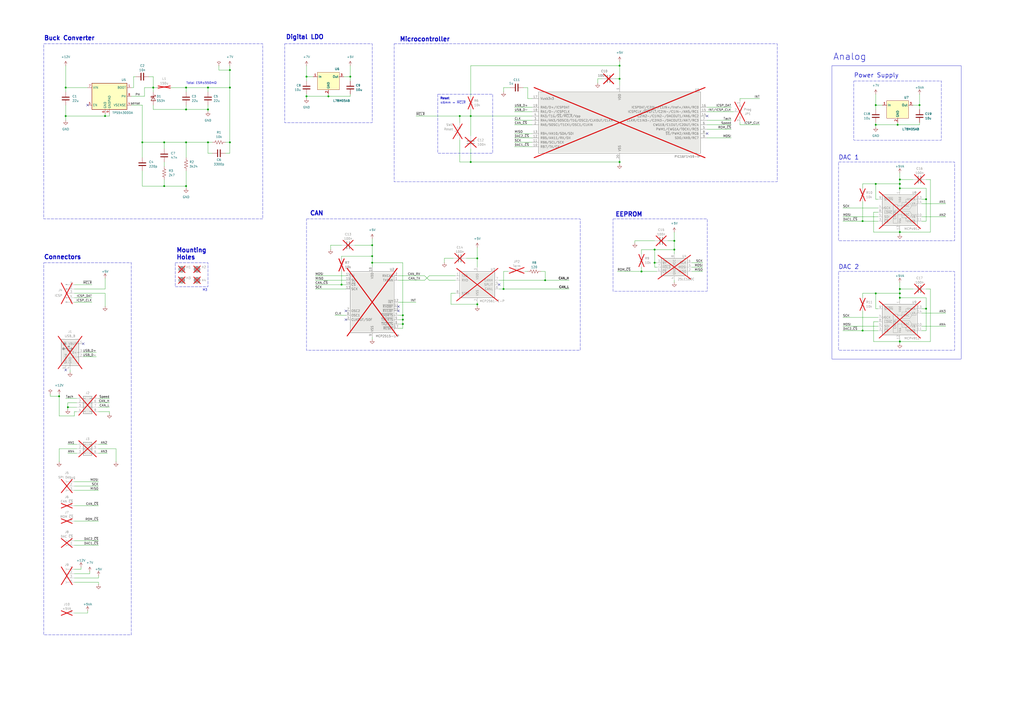
<source format=kicad_sch>
(kicad_sch (version 20250114) (generator "eeschema") (generator_version "9.0")
  (paper "A2")
  (title_block (title "CAN Gauge Interface") (date "2025-10-01") (rev "0.2") (company "Sam Anthony"))
  (rectangle (start 25.4 25.4) (end 152.4 127) (stroke (width 0) (type dash)))
  (rectangle (start 495.3 46.99) (end 546.1 81.28) (stroke (width 0) (type dash)))
  (rectangle (start 355.6 127) (end 410.21 168.91) (stroke (width 0) (type dash)))
  (rectangle (start 101.6 152.3999) (end 120.65 166.3699) (stroke (width 0) (type dash)))
  (rectangle (start 165.1 25.4) (end 215.9 71.12) (stroke (width 0) (type dash)))
  (rectangle (start 254 54.61) (end 285.75 88.9) (stroke (width 0) (type dash)))
  (rectangle (start 486.41 157.48) (end 553.72 203.2) (stroke (width 0) (type dash)))
  (rectangle (start 177.8 127) (end 336.55 203.2) (stroke (width 0) (type dash)))
  (rectangle (start 25.4 152.4) (end 76.2 368.3) (stroke (width 0) (type dash)))
  (rectangle (start 486.41 93.98) (end 553.72 139.7) (stroke (width 0) (type dash)))
  (rectangle (start 228.6 25.4) (end 450.85 105.41) (stroke (width 0) (type dash)))
  (rectangle (start 482.6 38.1) (end 557.53 208.28))
  (text "Connectors" (at 25.4 149.225 0) (effects (font (size 2.54 2.54) (thickness 0.508) (bold yes)) (justify left)))
  (text "Power Supply" (at 495.3 43.815 0) (effects (font (size 2.54 2.54) (thickness 0.254) (bold yes)) (justify left)))
  (text "Buck Converter" (at 25.4 22.225 0) (effects (font (size 2.54 2.54) (thickness 0.508) (bold yes)) (justify left)))
  (text "Total ESR≤550mΩ" (at 107.95 48.26 0) (effects (font (size 1.27 1.27)) (justify left)))
  (text "CAN" (at 179.705 123.825 0) (effects (font (size 2.54 2.54) (thickness 0.508) (bold yes)) (justify left)))
  (text "Reset" (at 255.27 57.15 0) (effects (font (size 1.27 1.27) (thickness 0.254) (bold yes)) (justify left)))
  (text "Mounting\nHoles" (at 102.235 147.3199 0) (effects (font (size 2.54 2.54) (thickness 0.508) (bold yes)) (justify left)))
  (text "M3\n" (at 117.475 168.2749 0) (effects (font (size 1.27 1.27)) (justify left)))
  (text "EEPROM" (at 356.87 124.46 0) (effects (font (size 2.54 2.54) (thickness 0.508) (bold yes)) (justify left)))
  (text "Digital LDO" (at 165.735 21.59 0) (effects (font (size 2.54 2.54) (thickness 0.508) (bold yes)) (justify left)))
  (text "≤6mm ↔ ~{MCLR}" (at 255.27 59.69 0) (effects (font (size 1.27 1.27)) (justify left)))
  (text "DAC 1" (at 486.41 91.44 0) (effects (font (size 2.54 2.54) (thickness 0.254) (bold yes)) (justify left)))
  (text "Microcontroller" (at 231.775 22.86 0) (effects (font (size 2.54 2.54) (thickness 0.508) (bold yes)) (justify left)))
  (text "Analog" (at 483.235 33.02 0) (effects (font (size 3.81 3.81) (thickness 0.254) (bold yes)) (justify left)))
  (text "DAC 2" (at 486.41 154.94 0) (effects (font (size 2.54 2.54) (thickness 0.254) (bold yes)) (justify left)))
  (junction (at 38.1 50.8))
  (junction (at 120.65 50.8))
  (junction (at 39.37 236.22))
  (junction (at 521.97 170.18))
  (junction (at 120.65 63.5))
  (junction (at 521.97 172.72))
  (junction (at 391.16 144.78))
  (junction (at 521.97 104.14))
  (junction (at 233.68 185.42))
  (junction (at 533.4 60.96))
  (junction (at 508 170.18))
  (junction (at 391.16 139.7))
  (junction (at 537.21 115.57))
  (junction (at 60.96 67.31))
  (junction (at 500.38 191.77))
  (junction (at 107.95 82.55))
  (junction (at 34.29 229.87))
  (junction (at 359.41 38.1))
  (junction (at 203.2 44.45))
  (junction (at 107.95 63.5))
  (junction (at 273.05 93.98))
  (junction (at 177.8 55.88))
  (junction (at 233.68 182.88))
  (junction (at 359.41 45.72))
  (junction (at 120.65 82.55))
  (junction (at 266.7 67.31))
  (junction (at 500.38 128.27))
  (junction (at 88.9 50.8))
  (junction (at 521.97 134.62))
  (junction (at 95.25 107.95))
  (junction (at 82.55 82.55))
  (junction (at 38.1 67.31))
  (junction (at 359.41 93.98))
  (junction (at 107.95 107.95))
  (junction (at 215.9 142.24))
  (junction (at 521.97 106.68))
  (junction (at 521.97 198.12))
  (junction (at 537.21 179.07))
  (junction (at 95.25 82.55))
  (junction (at 276.86 176.53))
  (junction (at 133.35 40.64))
  (junction (at 508 60.96))
  (junction (at 215.9 152.4))
  (junction (at 276.86 149.86))
  (junction (at 316.23 162.56))
  (junction (at 379.73 152.4))
  (junction (at 133.35 50.8))
  (junction (at 521.97 167.64))
  (junction (at 372.11 157.48))
  (junction (at 215.9 148.59))
  (junction (at 508 106.68))
  (junction (at 190.5 55.88))
  (junction (at 198.12 165.1))
  (junction (at 508 72.39))
  (junction (at 379.73 144.78))
  (junction (at 133.35 82.55))
  (junction (at 520.7 72.39))
  (junction (at 521.97 109.22))
  (junction (at 177.8 44.45))
  (junction (at 107.95 50.8))
  (junction (at 273.05 67.31))
  (junction (at 233.68 187.96))
  (junction (at 292.1 167.64))
  (no_connect (at 231.14 177.8))
  (no_connect (at 48.26 199.39))
  (no_connect (at 410.21 67.31))
  (no_connect (at 200.66 185.42))
  (no_connect (at 50.8 60.96))
  (no_connect (at 289.56 165.1))
  (no_connect (at 200.66 180.34))
  (no_connect (at 410.21 77.47))
  (no_connect (at 231.14 180.34))
  (no_connect (at 38.1 214.63))
  (wire (pts (xy 231.14 162.56) (xy 246.38 162.56)))
  (wire (pts (xy 203.2 55.88) (xy 203.2 54.61)))
  (wire (pts (xy 215.9 142.24) (xy 215.9 148.59)))
  (wire (pts (xy 506.73 186.69) (xy 509.27 186.69)))
  (wire (pts (xy 292.1 157.48) (xy 294.64 157.48)))
  (wire (pts (xy 44.45 260.35) (xy 34.29 260.35)))
  (wire (pts (xy 48.26 204.47) (xy 55.88 204.47)))
  (wire (pts (xy 233.68 187.96) (xy 233.68 185.42)))
  (wire (pts (xy 506.73 123.19) (xy 509.27 123.19)))
  (wire (pts (xy 231.14 187.96) (xy 233.68 187.96)))
  (wire (pts (xy 289.56 167.64) (xy 292.1 167.64)))
  (wire (pts (xy 273.05 55.88) (xy 273.05 38.1)))
  (wire (pts (xy 266.7 67.31) (xy 266.7 71.12)))
  (wire (pts (xy 521.97 172.72) (xy 521.97 173.99)))
  (wire (pts (xy 215.9 195.58) (xy 215.9 196.85)))
  (wire (pts (xy 60.96 167.64) (xy 60.96 161.29)))
  (wire (pts (xy 266.7 67.31) (xy 273.05 67.31)))
  (wire (pts (xy 381 152.4) (xy 379.73 152.4)))
  (wire (pts (xy 508 71.12) (xy 508 72.39)))
  (wire (pts (xy 38.1 38.1) (xy 38.1 50.8)))
  (wire (pts (xy 262.89 149.86) (xy 257.81 149.86)))
  (wire (pts (xy 508 179.07) (xy 508 170.18)))
  (wire (pts (xy 177.8 55.88) (xy 190.5 55.88)))
  (wire (pts (xy 500.38 191.77) (xy 509.27 191.77)))
  (wire (pts (xy 372.11 144.78) (xy 379.73 144.78)))
  (wire (pts (xy 534.67 128.27) (xy 537.21 128.27)))
  (wire (pts (xy 488.95 184.15) (xy 509.27 184.15)))
  (wire (pts (xy 120.65 50.8) (xy 133.35 50.8)))
  (wire (pts (xy 521.97 196.85) (xy 521.97 198.12)))
  (wire (pts (xy 82.55 91.44) (xy 82.55 82.55)))
  (wire (pts (xy 233.68 185.42) (xy 233.68 182.88)))
  (wire (pts (xy 123.19 82.55) (xy 120.65 82.55)))
  (wire (pts (xy 521.97 198.12) (xy 521.97 199.39)))
  (wire (pts (xy 537.21 172.72) (xy 521.97 172.72)))
  (wire (pts (xy 410.21 64.77) (xy 425.45 64.77)))
  (wire (pts (xy 34.29 241.3) (xy 34.29 229.87)))
  (wire (pts (xy 198.12 165.1) (xy 198.12 157.48)))
  (wire (pts (xy 57.15 260.35) (xy 67.31 260.35)))
  (wire (pts (xy 52.07 332.74) (xy 52.07 331.47)))
  (wire (pts (xy 203.2 46.99) (xy 203.2 44.45)))
  (wire (pts (xy 39.37 236.22) (xy 39.37 237.49)))
  (wire (pts (xy 38.1 50.8) (xy 38.1 53.34)))
  (wire (pts (xy 43.18 293.37) (xy 57.15 293.37)))
  (wire (pts (xy 57.15 233.68) (xy 63.5 233.68)))
  (wire (pts (xy 298.45 82.55) (xy 308.61 82.55)))
  (wire (pts (xy 506.73 134.62) (xy 521.97 134.62)))
  (wire (pts (xy 82.55 60.96) (xy 82.55 82.55)))
  (wire (pts (xy 534.67 181.61) (xy 548.64 181.61)))
  (wire (pts (xy 203.2 44.45) (xy 199.39 44.45)))
  (wire (pts (xy 539.75 134.62) (xy 521.97 134.62)))
  (wire (pts (xy 182.88 165.1) (xy 198.12 165.1)))
  (wire (pts (xy 511.81 60.96) (xy 508 60.96)))
  (wire (pts (xy 43.18 302.26) (xy 57.15 302.26)))
  (wire (pts (xy 429.26 71.12) (xy 429.26 72.39)))
  (wire (pts (xy 95.25 93.98) (xy 95.25 96.52)))
  (wire (pts (xy 509.27 115.57) (xy 508 115.57)))
  (wire (pts (xy 508 72.39) (xy 520.7 72.39)))
  (wire (pts (xy 534.67 118.11) (xy 548.64 118.11)))
  (wire (pts (xy 88.9 63.5) (xy 107.95 63.5)))
  (wire (pts (xy 298.45 69.85) (xy 308.61 69.85)))
  (wire (pts (xy 182.88 160.02) (xy 200.66 160.02)))
  (wire (pts (xy 537.21 109.22) (xy 537.21 115.57)))
  (wire (pts (xy 410.21 62.23) (xy 424.18 62.23)))
  (wire (pts (xy 508 106.68) (xy 521.97 106.68)))
  (wire (pts (xy 410.21 74.93) (xy 424.18 74.93)))
  (wire (pts (xy 508 115.57) (xy 508 106.68)))
  (wire (pts (xy 537.21 172.72) (xy 537.21 179.07)))
  (wire (pts (xy 194.31 182.88) (xy 200.66 182.88)))
  (wire (pts (xy 46.99 330.2) (xy 46.99 328.93)))
  (wire (pts (xy 488.95 189.23) (xy 509.27 189.23)))
  (wire (pts (xy 203.2 38.1) (xy 203.2 44.45)))
  (wire (pts (xy 520.7 72.39) (xy 520.7 71.12)))
  (wire (pts (xy 372.11 147.32) (xy 372.11 144.78)))
  (wire (pts (xy 177.8 54.61) (xy 177.8 55.88)))
  (wire (pts (xy 359.41 45.72) (xy 356.87 45.72)))
  (wire (pts (xy 57.15 236.22) (xy 63.5 236.22)))
  (wire (pts (xy 359.41 49.53) (xy 359.41 45.72)))
  (wire (pts (xy 215.9 148.59) (xy 215.9 152.4)))
  (wire (pts (xy 82.55 107.95) (xy 95.25 107.95)))
  (wire (pts (xy 107.95 82.55) (xy 95.25 82.55)))
  (wire (pts (xy 241.3 67.31) (xy 266.7 67.31)))
  (wire (pts (xy 429.26 58.42) (xy 429.26 57.15)))
  (wire (pts (xy 521.97 167.64) (xy 521.97 170.18)))
  (wire (pts (xy 506.73 134.62) (xy 506.73 123.19)))
  (wire (pts (xy 107.95 82.55) (xy 107.95 91.44)))
  (wire (pts (xy 534.67 189.23) (xy 548.64 189.23)))
  (wire (pts (xy 50.8 355.6) (xy 50.8 354.33)))
  (wire (pts (xy 43.18 165.1) (xy 53.34 165.1)))
  (wire (pts (xy 191.77 142.24) (xy 191.77 144.78)))
  (wire (pts (xy 120.65 82.55) (xy 107.95 82.55)))
  (wire (pts (xy 57.15 238.76) (xy 63.5 238.76)))
  (wire (pts (xy 39.37 236.22) (xy 44.45 236.22)))
  (wire (pts (xy 521.97 163.83) (xy 521.97 167.64)))
  (wire (pts (xy 539.75 167.64) (xy 539.75 198.12)))
  (wire (pts (xy 133.35 50.8) (xy 133.35 82.55)))
  (wire (pts (xy 60.96 170.18) (xy 60.96 177.8)))
  (wire (pts (xy 308.61 57.15) (xy 306.07 57.15)))
  (wire (pts (xy 539.75 104.14) (xy 539.75 134.62)))
  (wire (pts (xy 379.73 154.94) (xy 379.73 152.4)))
  (wire (pts (xy 537.21 109.22) (xy 521.97 109.22)))
  (wire (pts (xy 44.45 233.68) (xy 39.37 233.68)))
  (wire (pts (xy 57.15 337.82) (xy 57.15 339.09)))
  (wire (pts (xy 379.73 144.78) (xy 391.16 144.78)))
  (wire (pts (xy 177.8 55.88) (xy 177.8 57.15)))
  (wire (pts (xy 372.11 157.48) (xy 372.11 154.94)))
  (wire (pts (xy 67.31 260.35) (xy 67.31 267.97)))
  (wire (pts (xy 38.1 67.31) (xy 38.1 69.85)))
  (wire (pts (xy 391.16 139.7) (xy 391.16 144.78)))
  (wire (pts (xy 401.32 157.48) (xy 407.67 157.48)))
  (wire (pts (xy 306.07 50.8) (xy 303.53 50.8)))
  (wire (pts (xy 533.4 54.61) (xy 533.4 60.96)))
  (wire (pts (xy 107.95 50.8) (xy 120.65 50.8)))
  (wire (pts (xy 88.9 44.45) (xy 88.9 50.8)))
  (wire (pts (xy 270.51 149.86) (xy 276.86 149.86)))
  (wire (pts (xy 76.2 60.96) (xy 82.55 60.96)))
  (wire (pts (xy 88.9 60.96) (xy 88.9 63.5)))
  (wire (pts (xy 410.21 80.01) (xy 424.18 80.01)))
  (wire (pts (xy 198.12 149.86) (xy 198.12 148.59)))
  (wire (pts (xy 306.07 57.15) (xy 306.07 50.8)))
  (wire (pts (xy 107.95 63.5) (xy 120.65 63.5)))
  (wire (pts (xy 429.26 57.15) (xy 440.69 57.15)))
  (wire (pts (xy 190.5 55.88) (xy 190.5 54.61)))
  (wire (pts (xy 292.1 50.8) (xy 292.1 53.34)))
  (wire (pts (xy 57.15 262.89) (xy 62.23 262.89)))
  (wire (pts (xy 500.38 106.68) (xy 508 106.68)))
  (wire (pts (xy 99.06 50.8) (xy 107.95 50.8)))
  (wire (pts (xy 44.45 238.76) (xy 43.18 238.76)))
  (wire (pts (xy 107.95 60.96) (xy 107.95 63.5)))
  (wire (pts (xy 88.9 53.34) (xy 88.9 50.8)))
  (wire (pts (xy 257.81 149.86) (xy 257.81 152.4)))
  (wire (pts (xy 316.23 157.48) (xy 316.23 162.56)))
  (wire (pts (xy 39.37 257.81) (xy 44.45 257.81)))
  (wire (pts (xy 120.65 82.55) (xy 120.65 88.9)))
  (wire (pts (xy 43.18 335.28) (xy 57.15 335.28)))
  (wire (pts (xy 298.45 80.01) (xy 308.61 80.01)))
  (wire (pts (xy 107.95 107.95) (xy 107.95 109.22)))
  (wire (pts (xy 63.5 238.76) (xy 63.5 240.03)))
  (wire (pts (xy 133.35 82.55) (xy 133.35 88.9)))
  (wire (pts (xy 233.68 152.4) (xy 233.68 182.88)))
  (wire (pts (xy 298.45 85.09) (xy 308.61 85.09)))
  (wire (pts (xy 95.25 107.95) (xy 107.95 107.95)))
  (wire (pts (xy 43.18 316.23) (xy 57.15 316.23)))
  (wire (pts (xy 127 40.64) (xy 133.35 40.64)))
  (wire (pts (xy 233.68 152.4) (xy 215.9 152.4)))
  (wire (pts (xy 120.65 50.8) (xy 120.65 53.34)))
  (wire (pts (xy 521.97 109.22) (xy 521.97 110.49)))
  (wire (pts (xy 298.45 77.47) (xy 308.61 77.47)))
  (wire (pts (xy 200.66 165.1) (xy 198.12 165.1)))
  (wire (pts (xy 316.23 162.56) (xy 330.2 162.56)))
  (wire (pts (xy 539.75 198.12) (xy 521.97 198.12)))
  (wire (pts (xy 198.12 148.59) (xy 215.9 148.59)))
  (wire (pts (xy 29.21 228.6) (xy 29.21 229.87)))
  (wire (pts (xy 120.65 63.5) (xy 120.65 60.96)))
  (wire (pts (xy 298.45 72.39) (xy 308.61 72.39)))
  (wire (pts (xy 107.95 107.95) (xy 107.95 99.06)))
  (wire (pts (xy 177.8 38.1) (xy 177.8 44.45)))
  (wire (pts (xy 537.21 179.07) (xy 537.21 191.77)))
  (wire (pts (xy 521.97 100.33) (xy 521.97 104.14)))
  (wire (pts (xy 231.14 190.5) (xy 233.68 190.5)))
  (wire (pts (xy 29.21 229.87) (xy 34.29 229.87)))
  (wire (pts (xy 304.8 157.48) (xy 306.07 157.48)))
  (wire (pts (xy 358.14 157.48) (xy 372.11 157.48)))
  (wire (pts (xy 107.95 50.8) (xy 107.95 53.34)))
  (wire (pts (xy 506.73 198.12) (xy 521.97 198.12)))
  (wire (pts (xy 295.91 50.8) (xy 292.1 50.8)))
  (wire (pts (xy 521.97 104.14) (xy 529.59 104.14)))
  (wire (pts (xy 43.18 284.48) (xy 57.15 284.48)))
  (wire (pts (xy 43.18 281.94) (xy 57.15 281.94)))
  (wire (pts (xy 521.97 170.18) (xy 521.97 172.72)))
  (wire (pts (xy 500.38 172.72) (xy 500.38 170.18)))
  (wire (pts (xy 43.18 238.76) (xy 43.18 241.3)))
  (wire (pts (xy 57.15 231.14) (xy 63.5 231.14)))
  (wire (pts (xy 60.96 67.31) (xy 60.96 66.04)))
  (wire (pts (xy 43.18 241.3) (xy 34.29 241.3)))
  (wire (pts (xy 133.35 40.64) (xy 133.35 50.8)))
  (wire (pts (xy 82.55 82.55) (xy 95.25 82.55)))
  (wire (pts (xy 534.67 179.07) (xy 537.21 179.07)))
  (wire (pts (xy 500.38 170.18) (xy 508 170.18)))
  (wire (pts (xy 298.45 64.77) (xy 308.61 64.77)))
  (wire (pts (xy 500.38 128.27) (xy 509.27 128.27)))
  (wire (pts (xy 359.41 38.1) (xy 359.41 45.72)))
  (wire (pts (xy 401.32 154.94) (xy 407.67 154.94)))
  (wire (pts (xy 120.65 63.5) (xy 120.65 64.77)))
  (wire (pts (xy 521.97 106.68) (xy 521.97 109.22)))
  (wire (pts (xy 57.15 257.81) (xy 62.23 257.81)))
  (wire (pts (xy 359.41 93.98) (xy 359.41 95.25)))
  (wire (pts (xy 273.05 93.98) (xy 273.05 86.36)))
  (wire (pts (xy 76.2 50.8) (xy 77.47 50.8)))
  (wire (pts (xy 508 170.18) (xy 521.97 170.18)))
  (wire (pts (xy 276.86 176.53) (xy 276.86 177.8)))
  (wire (pts (xy 248.92 160.02) (xy 246.38 162.56)))
  (wire (pts (xy 273.05 93.98) (xy 266.7 93.98)))
  (wire (pts (xy 38.1 60.96) (xy 38.1 67.31)))
  (wire (pts (xy 43.18 332.74) (xy 52.07 332.74)))
  (wire (pts (xy 57.15 335.28) (xy 57.15 334.01)))
  (wire (pts (xy 39.37 233.68) (xy 39.37 236.22)))
  (wire (pts (xy 500.38 116.84) (xy 500.38 128.27)))
  (wire (pts (xy 346.71 45.72) (xy 349.25 45.72)))
  (wire (pts (xy 391.16 162.56) (xy 391.16 163.83)))
  (wire (pts (xy 34.29 260.35) (xy 34.29 267.97)))
  (wire (pts (xy 38.1 231.14) (xy 44.45 231.14)))
  (wire (pts (xy 231.14 182.88) (xy 233.68 182.88)))
  (wire (pts (xy 130.81 82.55) (xy 133.35 82.55)))
  (wire (pts (xy 391.16 144.78) (xy 391.16 147.32)))
  (wire (pts (xy 379.73 144.78) (xy 379.73 152.4)))
  (wire (pts (xy 266.7 93.98) (xy 266.7 81.28)))
  (wire (pts (xy 88.9 50.8) (xy 91.44 50.8)))
  (wire (pts (xy 521.97 134.62) (xy 521.97 135.89)))
  (wire (pts (xy 43.18 337.82) (xy 57.15 337.82)))
  (wire (pts (xy 508 60.96) (xy 508 63.5)))
  (wire (pts (xy 313.69 157.48) (xy 316.23 157.48)))
  (wire (pts (xy 488.95 191.77) (xy 500.38 191.77)))
  (wire (pts (xy 276.86 175.26) (xy 276.86 176.53)))
  (wire (pts (xy 43.18 313.69) (xy 57.15 313.69)))
  (wire (pts (xy 63.5 66.04) (xy 63.5 67.31)))
  (wire (pts (xy 508 72.39) (xy 508 73.66)))
  (wire (pts (xy 506.73 198.12) (xy 506.73 186.69)))
  (wire (pts (xy 429.26 72.39) (xy 440.69 72.39)))
  (wire (pts (xy 292.1 167.64) (xy 292.1 157.48)))
  (wire (pts (xy 508 54.61) (xy 508 60.96)))
  (wire (pts (xy 182.88 167.64) (xy 200.66 167.64)))
  (wire (pts (xy 43.18 355.6) (xy 50.8 355.6)))
  (wire (pts (xy 133.35 88.9) (xy 130.81 88.9)))
  (wire (pts (xy 387.35 139.7) (xy 391.16 139.7)))
  (wire (pts (xy 410.21 72.39) (xy 424.18 72.39)))
  (wire (pts (xy 391.16 134.62) (xy 391.16 139.7)))
  (wire (pts (xy 537.21 104.14) (xy 539.75 104.14)))
  (wire (pts (xy 273.05 67.31) (xy 308.61 67.31)))
  (wire (pts (xy 198.12 142.24) (xy 191.77 142.24)))
  (wire (pts (xy 261.62 170.18) (xy 264.16 170.18)))
  (wire (pts (xy 215.9 138.43) (xy 215.9 142.24)))
  (wire (pts (xy 273.05 38.1) (xy 359.41 38.1)))
  (wire (pts (xy 521.97 104.14) (xy 521.97 106.68)))
  (wire (pts (xy 43.18 167.64) (xy 60.96 167.64)))
  (wire (pts (xy 534.67 115.57) (xy 537.21 115.57)))
  (wire (pts (xy 289.56 162.56) (xy 316.23 162.56)))
  (wire (pts (xy 359.41 92.71) (xy 359.41 93.98)))
  (wire (pts (xy 95.25 104.14) (xy 95.25 107.95)))
  (wire (pts (xy 77.47 44.45) (xy 78.74 44.45)))
  (wire (pts (xy 77.47 50.8) (xy 77.47 44.45)))
  (wire (pts (xy 133.35 38.1) (xy 133.35 40.64)))
  (wire (pts (xy 83.82 50.8) (xy 88.9 50.8)))
  (wire (pts (xy 533.4 72.39) (xy 533.4 71.12)))
  (wire (pts (xy 76.2 55.88) (xy 83.82 55.88)))
  (wire (pts (xy 82.55 99.06) (xy 82.55 107.95)))
  (wire (pts (xy 43.18 170.18) (xy 60.96 170.18)))
  (wire (pts (xy 177.8 44.45) (xy 177.8 46.99)))
  (wire (pts (xy 120.65 88.9) (xy 123.19 88.9)))
  (wire (pts (xy 215.9 152.4) (xy 215.9 154.94)))
  (wire (pts (xy 401.32 152.4) (xy 407.67 152.4)))
  (wire (pts (xy 190.5 55.88) (xy 203.2 55.88)))
  (wire (pts (xy 48.26 207.01) (xy 55.88 207.01)))
  (wire (pts (xy 410.21 69.85) (xy 424.18 69.85)))
  (wire (pts (xy 261.62 176.53) (xy 261.62 170.18)))
  (wire (pts (xy 34.29 229.87) (xy 34.29 228.6)))
  (wire (pts (xy 63.5 67.31) (xy 60.96 67.31)))
  (wire (pts (xy 43.18 175.26) (xy 53.34 175.26)))
  (wire (pts (xy 181.61 44.45) (xy 177.8 44.45)))
  (wire (pts (xy 381 154.94) (xy 379.73 154.94)))
  (wire (pts (xy 534.67 125.73) (xy 548.64 125.73)))
  (wire (pts (xy 205.74 142.24) (xy 215.9 142.24)))
  (wire (pts (xy 231.14 160.02) (xy 246.38 160.02)))
  (wire (pts (xy 500.38 109.22) (xy 500.38 106.68)))
  (wire (pts (xy 500.38 180.34) (xy 500.38 191.77)))
  (wire (pts (xy 276.86 176.53) (xy 261.62 176.53)))
  (wire (pts (xy 40.64 214.63) (xy 40.64 215.9)))
  (wire (pts (xy 346.71 48.26) (xy 346.71 45.72)))
  (wire (pts (xy 534.67 191.77) (xy 537.21 191.77)))
  (wire (pts (xy 43.18 279.4) (xy 57.15 279.4)))
  (wire (pts (xy 488.95 128.27) (xy 500.38 128.27)))
  (wire (pts (xy 368.3 139.7) (xy 368.3 140.97)))
  (wire (pts (xy 60.96 67.31) (xy 38.1 67.31)))
  (wire (pts (xy 368.3 139.7) (xy 379.73 139.7)))
  (wire (pts (xy 38.1 50.8) (xy 50.8 50.8)))
  (wire (pts (xy 509.27 179.07) (xy 508 179.07)))
  (wire (pts (xy 359.41 35.56) (xy 359.41 38.1)))
  (wire (pts (xy 276.86 143.51) (xy 276.86 149.86)))
  (wire (pts (xy 381 157.48) (xy 372.11 157.48)))
  (wire (pts (xy 83.82 55.88) (xy 83.82 50.8)))
  (wire (pts (xy 233.68 190.5) (xy 233.68 187.96)))
  (wire (pts (xy 537.21 167.64) (xy 539.75 167.64)))
  (wire (pts (xy 521.97 167.64) (xy 529.59 167.64)))
  (wire (pts (xy 488.95 125.73) (xy 509.27 125.73)))
  (wire (pts (xy 292.1 167.64) (xy 330.2 167.64)))
  (wire (pts (xy 231.14 175.26) (xy 241.3 175.26)))
  (wire (pts (xy 39.37 262.89) (xy 44.45 262.89)))
  (wire (pts (xy 231.14 185.42) (xy 233.68 185.42)))
  (wire (pts (xy 521.97 133.35) (xy 521.97 134.62)))
  (wire (pts (xy 298.45 62.23) (xy 308.61 62.23)))
  (wire (pts (xy 248.92 162.56) (xy 264.16 162.56)))
  (wire (pts (xy 488.95 120.65) (xy 509.27 120.65)))
  (wire (pts (xy 182.88 162.56) (xy 200.66 162.56)))
  (wire (pts (xy 533.4 63.5) (xy 533.4 60.96)))
  (wire (pts (xy 248.92 160.02) (xy 264.16 160.02)))
  (wire (pts (xy 246.38 160.02) (xy 248.92 162.56)))
  (wire (pts (xy 43.18 330.2) (xy 46.99 330.2)))
  (wire (pts (xy 273.05 67.31) (xy 273.05 78.74)))
  (wire (pts (xy 537.21 115.57) (xy 537.21 128.27)))
  (wire (pts (xy 273.05 63.5) (xy 273.05 67.31)))
  (wire (pts (xy 43.18 172.72) (xy 53.34 172.72)))
  (wire (pts (xy 127 38.1) (xy 127 40.64)))
  (wire (pts (xy 86.36 44.45) (xy 88.9 44.45)))
  (wire (pts (xy 359.41 93.98) (xy 273.05 93.98)))
  (wire (pts (xy 520.7 72.39) (xy 533.4 72.39)))
  (wire (pts (xy 276.86 149.86) (xy 276.86 154.94)))
  (wire (pts (xy 95.25 82.55) (xy 95.25 86.36)))
  (wire (pts (xy 533.4 60.96) (xy 529.59 60.96)))
  (label "DAC1_~{CS}" (at 488.95 128.27 0))
  (label "MISO" (at 57.15 284.48 180))
  (label "CAN_H" (at 330.2 162.56 180) (effects (font (thickness 0.254) (bold yes))))
  (label "SCK" (at 407.67 152.4 180) (effects (font (thickness 0.1588))))
  (label "Speed" (at 63.5 231.14 180) (effects (font (thickness 0.1588))))
  (label "CLK" (at 298.45 69.85 0))
  (label "MOSI" (at 424.18 80.01 180) (effects (font (thickness 0.1588))))
  (label "ICSP_DAT" (at 424.18 62.23 180))
  (label "CAN_L" (at 63.5 236.22 180))
  (label "ROM_~{CS}" (at 358.14 157.48 0) (effects (font (thickness 0.1588))))
  (label "MOSI" (at 182.88 160.02 0) (effects (font (thickness 0.1588))))
  (label "DAC1_~{CS}" (at 298.45 85.09 0))
  (label "AN3" (at 62.23 262.89 180) (effects (font (thickness 0.1588))))
  (label "Speed" (at 424.18 72.39 180))
  (label "AN1" (at 548.64 118.11 180))
  (label "CAN_~{CS}" (at 298.45 72.39 0))
  (label "CAN_~{CS}" (at 57.15 293.37 180))
  (label "sense" (at 81.28 60.96 180))
  (label "INT" (at 440.69 57.15 180))
  (label "CLK" (at 194.31 182.88 0))
  (label "MISO" (at 407.67 157.48 180) (effects (font (thickness 0.1588))))
  (label "INT" (at 241.3 175.26 180) (effects (font (thickness 0.1588))))
  (label "MOSI" (at 407.67 154.94 180) (effects (font (thickness 0.1588))))
  (label "ICSP_CLK" (at 53.34 175.26 180))
  (label "AN2" (at 62.23 257.81 180) (effects (font (thickness 0.1588))))
  (label "SCK" (at 298.45 82.55 0) (effects (font (thickness 0.1588))))
  (label "Tach" (at 38.1 231.14 0) (effects (font (thickness 0.1588))))
  (label "CAN_~{CS}" (at 182.88 165.1 0) (effects (font (thickness 0.1588))))
  (label "ICSP_CLK" (at 440.69 72.39 180))
  (label "USB_D+" (at 298.45 62.23 0))
  (label "SCK" (at 488.95 184.15 0) (effects (font (thickness 0.1588))))
  (label "ROM_~{CS}" (at 57.15 302.26 180))
  (label "AN1" (at 39.37 257.81 0) (effects (font (thickness 0.1588))))
  (label "DAC2_~{CS}" (at 298.45 80.01 0))
  (label "USB_D-" (at 298.45 64.77 0))
  (label "INT{slash}ICSP_CLK" (at 424.18 64.77 180))
  (label "SCK" (at 57.15 281.94 180))
  (label "AN4" (at 39.37 262.89 0) (effects (font (thickness 0.1588))))
  (label "MOSI" (at 488.95 125.73 0))
  (label "PH" (at 81.28 55.88 180))
  (label "AN4" (at 548.64 189.23 180))
  (label "MISO" (at 182.88 162.56 0) (effects (font (thickness 0.1588))))
  (label "DAC1_~{CS}" (at 57.15 316.23 180))
  (label "MOSI" (at 57.15 279.4 180))
  (label "AN3" (at 548.64 181.61 180))
  (label "DAC2_~{CS}" (at 57.15 313.69 180))
  (label "USB_D-" (at 55.88 207.01 180))
  (label "AN2" (at 548.64 125.73 180))
  (label "USB_D+" (at 55.88 204.47 180))
  (label "SCK" (at 182.88 167.64 0) (effects (font (thickness 0.1588))))
  (label "Tach" (at 424.18 69.85 180))
  (label "ROM_~{CS}" (at 424.18 74.93 180))
  (label "ICSP_DAT" (at 53.34 172.72 180))
  (label "CAN_RX" (at 243.84 160.02 180))
  (label "~{MCLR}" (at 53.34 165.1 180))
  (label "MISO" (at 298.45 77.47 0) (effects (font (thickness 0.1588))))
  (label "~{MCLR}" (at 241.3 67.31 0))
  (label "MOSI" (at 488.95 189.23 0))
  (label "CAN_L" (at 330.2 167.64 180) (effects (font (thickness 0.254) (bold yes))))
  (label "SCK" (at 488.95 120.65 0) (effects (font (thickness 0.1588))))
  (label "DAC2_~{CS}" (at 488.95 191.77 0))
  (label "CAN_TX" (at 243.84 162.56 180))
  (label "CAN_H" (at 63.5 233.68 180) (effects (font (thickness 0.1588))))
  (symbol (lib_id "power:GND") (at 107.95 109.22 0) (unit 1)
    (property "Reference" "#PWR012" (effects (hide yes)))
    (property "Value" "GND" (at 107.95 114.3 0))
    (property "Description" "Power symbol creates a global label with name \"GND\" , ground" (effects (hide yes)))
  )
  (symbol (lib_id "power:GND") (at 215.9 196.85 0) (unit 1)
    (property "Reference" "#PWR028" (effects (hide yes)))
    (property "Value" "GND" (effects (hide yes)))
    (property "Description" "Power symbol creates a global label with name \"GND\" , ground" (effects (hide yes)))
  )
  (symbol (lib_id "Device:C") (at 107.95 57.15 0) (unit 1)
    (property "Reference" "C3" (at 111.125 55.88 0) (effects (justify left)))
    (property "Value" "22u" (at 111.125 58.42 0) (effects (justify left)))
    (property "Footprint" "Capacitor_SMD:C_1206_3216Metric" (effects (hide yes)))
    (property "Description" "Unpolarized capacitor" (effects (hide yes)))
  )
  (symbol (lib_id "power:GND") (at 120.65 64.77 0) (unit 1)
    (property "Reference" "#PWR04" (effects (hide yes)))
    (property "Value" "GND" (at 120.65 69.85 0))
    (property "Description" "Power symbol creates a global label with name \"GND\" , ground" (effects (hide yes)))
  )
  (symbol (lib_id "Device:C") (at 95.25 90.17 0) (unit 1)
    (property "Reference" "C7" (at 99.06 88.8999 0) (effects (justify left)))
    (property "Value" "47n" (at 99.06 91.4399 0) (effects (justify left)))
    (property "Footprint" "Capacitor_SMD:C_0805_2012Metric" (effects (hide yes)))
    (property "Description" "Unpolarized capacitor" (effects (hide yes)))
  )
  (symbol (lib_id "power:GND") (at 57.15 339.09 0) (unit 1)
    (property "Reference" "#PWR039" (effects (hide yes)))
    (property "Value" "GND" (effects (hide yes)))
    (property "Description" "Power symbol creates a global label with name \"GND\" , ground" (effects (hide yes)))
  )
  (symbol (lib_id "power:+7.5V") (at 52.07 331.47 0) (unit 1)
    (property "Reference" "#PWR013" (effects (hide yes)))
    (property "Value" "+7V" (at 52.07 326.39 0))
    (property "Description" "Power symbol creates a global label with name \"+7.5V\"" (effects (hide yes)))
  )
  (symbol (lib_id "power:+12V") (at 34.29 228.6 0) (unit 1)
    (property "Reference" "#PWR029" (effects (hide yes)))
    (property "Value" "+12V" (at 34.29 223.52 0))
    (property "Description" "Power symbol creates a global label with name \"+12V\"" (effects (hide yes)))
  )
  (symbol (lib_id "power:GND") (at 508 73.66 0) (unit 1)
    (property "Reference" "#PWR046" (effects (hide yes)))
    (property "Value" "GND" (at 508 78.74 0))
    (property "Description" "Power symbol creates a global label with name \"GND\" , ground" (effects (hide yes)))
  )
  (symbol (lib_id "power:GND") (at 63.5 240.03 0) (unit 1)
    (property "Reference" "#PWR033" (effects (hide yes)))
    (property "Value" "GND" (effects (hide yes)))
    (property "Description" "Power symbol creates a global label with name \"GND\" , ground" (effects (hide yes)))
  )
  (symbol (lib_id "power:+5V") (at 203.2 38.1 0) (unit 1)
    (property "Reference" "#PWR044" (effects (hide yes)))
    (property "Value" "+5V" (at 203.2 33.02 0))
    (property "Description" "Power symbol creates a global label with name \"+5V\"" (effects (hide yes)))
  )
  (symbol (lib_id "Device:C") (at 383.54 139.7 90) (unit 1) (dnp yes)
    (property "Reference" "C15" (at 383.54 133.35 90))
    (property "Value" "100n" (at 383.54 135.89 90))
    (property "Footprint" "Capacitor_THT:C_Disc_D5.0mm_W2.5mm_P2.50mm" (effects (hide yes)))
    (property "Description" "Unpolarized capacitor" (effects (hide yes)))
  )
  (symbol (lib_id "power:+7.5V") (at 177.8 38.1 0) (unit 1)
    (property "Reference" "#PWR043" (effects (hide yes)))
    (property "Value" "+7V" (at 177.8 33.02 0))
    (property "Description" "Power symbol creates a global label with name \"+7.5V\"" (effects (hide yes)))
  )
  (symbol (lib_id "Device:C") (at 266.7 149.86 90) (unit 1) (dnp yes)
    (property "Reference" "C14" (at 266.7 143.51 90))
    (property "Value" "100n" (at 266.7 146.05 90))
    (property "Footprint" "Capacitor_THT:C_Disc_D5.0mm_W2.5mm_P2.50mm" (effects (hide yes)))
    (property "Description" "Unpolarized capacitor" (effects (hide yes)))
  )
  (symbol (lib_id "Device:C") (at 38.1 57.15 0) (unit 1)
    (property "Reference" "C1" (at 41.91 55.8799 0) (effects (justify left)))
    (property "Value" "22u" (at 41.91 58.4199 0) (effects (justify left)))
    (property "Footprint" "Capacitor_SMD:C_1206_3216Metric" (effects (hide yes)))
    (property "Description" "Unpolarized capacitor" (effects (hide yes)))
  )
  (symbol (lib_id "Regulator_Switching:TPS5430DDA") (at 63.5 55.88 0) (unit 1)
    (property "Reference" "U5" (at 71.755 46.355 0))
    (property "Value" "TPS5430DDA" (at 71.12 65.405 0))
    (property "Footprint" "Package_SO:TI_SO-PowerPAD-8" (effects (hide yes)))
    (property "Datasheet" "http://www.ti.com/lit/ds/symlink/tps5430.pdf" (effects (hide yes)))
    (property "Description" "3A, Step Down Swift Converter, Adjustable Output Voltage, 5.5-36V Input Voltage, PowerSO-8" (effects (hide yes)))
  )
  (symbol (lib_id "Memory_EEPROM:25LCxxx") (at 391.16 154.94 0) (unit 1) (dnp yes)
    (property "Reference" "U4" (at 395.605 148.59 0) (effects (justify left)))
    (property "Value" "25LC160C" (at 393.065 161.925 0) (effects (justify left)))
    (property "Footprint" "Package_DIP:DIP-8_W7.62mm" (effects (hide yes)))
    (property "Datasheet" "http://ww1.microchip.com/downloads/en/DeviceDoc/21832H.pdf" (effects (hide yes)))
    (property "Description" "SPI Serial EEPROM, DIP-8/SOIC-8/TSSOP-8" (effects (hide yes)))
  )
  (symbol (lib_id "Jumper:Jumper_3_Bridged12") (at 429.26 64.77 270) (unit 1) (dnp yes)
    (property "Reference" "JP1" (at 433.705 66.04 90))
    (property "Value" "Prog" (at 433.705 63.5 90))
    (property "Footprint" "Connector_PinSocket_2.54mm:PinSocket_1x03_P2.54mm_Vertical" (effects (hide yes)))
    (property "Description" "Jumper, 3-pole, pins 1+2 closed/bridged" (effects (hide yes)))
  )
  (symbol (lib_id "power:GND") (at 521.97 135.89 0) (unit 1)
    (property "Reference" "#PWR017" (effects (hide yes)))
    (property "Value" "GND" (effects (hide yes)))
    (property "Description" "Power symbol creates a global label with name \"GND\" , ground" (effects (hide yes)))
  )
  (symbol (lib_id "power:GND") (at 521.97 199.39 0) (unit 1)
    (property "Reference" "#PWR019" (effects (hide yes)))
    (property "Value" "GND" (effects (hide yes)))
    (property "Description" "Power symbol creates a global label with name \"GND\" , ground" (effects (hide yes)))
  )
  (symbol (lib_id "power:GND") (at 359.41 95.25 0) (unit 1)
    (property "Reference" "#PWR01" (effects (hide yes)))
    (property "Value" "GND" (effects (hide yes)))
    (property "Description" "Power symbol creates a global label with name \"GND\" , ground" (effects (hide yes)))
  )
  (symbol (lib_id "Device:R_US") (at 198.12 153.67 0) (unit 1) (dnp yes)
    (property "Reference" "R7" (at 200.025 152.4 0) (effects (justify left)))
    (property "Value" "10k" (at 200.025 154.94 0) (effects (justify left)))
    (property "Footprint" "Resistor_THT:R_Axial_DIN0207_L6.3mm_D2.5mm_P7.62mm_Horizontal" (effects (hide yes)))
    (property "Description" "Resistor, US symbol" (effects (hide yes)))
  )
  (symbol (lib_id "Device:R_US") (at 372.11 151.13 0) (unit 1) (dnp yes)
    (property "Reference" "R9" (at 374.015 149.86 0) (effects (justify left)))
    (property "Value" "10k" (at 374.015 152.4 0) (effects (justify left)))
    (property "Footprint" "Resistor_THT:R_Axial_DIN0207_L6.3mm_D2.5mm_P7.62mm_Horizontal" (effects (hide yes)))
    (property "Description" "Resistor, US symbol" (effects (hide yes)))
  )
  (symbol (lib_id "Mechanical:MountingHole") (at 105.41 156.2099 0) (unit 1) (exclude_from_sim yes) (in_bom no) (dnp yes)
    (property "Reference" "H1" (at 107.95 154.9398 0) (effects (justify left)))
    (property "Value" "MountingHole" (effects (hide yes)))
    (property "Footprint" "MountingHole:MountingHole_3.2mm_M3_DIN965" (effects (hide yes)))
    (property "Description" "Mounting Hole without connection" (effects (hide yes)))
  )
  (symbol (lib_id "power:GND") (at 67.31 267.97 0) (unit 1)
    (property "Reference" "#PWR035" (effects (hide yes)))
    (property "Value" "GND" (effects (hide yes)))
    (property "Description" "Power symbol creates a global label with name \"GND\" , ground" (effects (hide yes)))
  )
  (symbol (lib_id "Device:C") (at 120.65 57.15 0) (unit 1)
    (property "Reference" "C5" (at 123.825 55.88 0) (effects (justify left)))
    (property "Value" "22u" (at 123.825 58.42 0) (effects (justify left)))
    (property "Footprint" "Capacitor_SMD:C_1206_3216Metric" (effects (hide yes)))
    (property "Description" "Unpolarized capacitor" (effects (hide yes)))
  )
  (symbol (lib_id "Device:C") (at 201.93 142.24 90) (unit 1) (dnp yes)
    (property "Reference" "C13" (at 201.93 135.89 90))
    (property "Value" "100n" (at 201.93 138.43 90))
    (property "Footprint" "Capacitor_THT:C_Disc_D5.0mm_W2.5mm_P2.50mm" (effects (hide yes)))
    (property "Description" "Unpolarized capacitor" (effects (hide yes)))
  )
  (symbol (lib_id "power:GND") (at 177.8 57.15 0) (unit 1)
    (property "Reference" "#PWR042" (effects (hide yes)))
    (property "Value" "GND" (at 177.8 62.23 0))
    (property "Description" "Power symbol creates a global label with name \"GND\" , ground" (effects (hide yes)))
  )
  (symbol (lib_id "Device:C") (at 82.55 95.25 0) (unit 1)
    (property "Reference" "C4" (at 86.36 93.9799 0) (effects (justify left)))
    (property "Value" "220p" (at 86.36 96.5199 0) (effects (justify left)))
    (property "Footprint" "Capacitor_SMD:C_0603_1608Metric" (effects (hide yes)))
    (property "Description" "Unpolarized capacitor" (effects (hide yes)))
  )
  (symbol (lib_id "Connector:Conn_01x04_Socket") (at 38.1 332.74 0) (mirror y) (unit 1) (dnp yes)
    (property "Reference" "J9" (at 38.735 327.66 0))
    (property "Value" "Conn_01x04_Socket" (effects (hide yes)))
    (property "Footprint" "Connector_PinSocket_2.54mm:PinSocket_1x04_P2.54mm_Vertical" (effects (hide yes)))
    (property "Description" "Generic connector, single row, 01x04, script generated" (effects (hide yes)))
  )
  (symbol (lib_id "Device:C") (at 508 67.31 0) (unit 1)
    (property "Reference" "C18" (at 504.825 66.04 0) (effects (justify right)))
    (property "Value" "10u" (at 504.825 68.58 0) (effects (justify right)))
    (property "Footprint" "Capacitor_SMD:C_1206_3216Metric" (effects (hide yes)))
    (property "Description" "Unpolarized capacitor" (effects (hide yes)))
  )
  (symbol (lib_id "Connector_Generic:Conn_02x04_Top_Bottom") (at 49.53 233.68 0) (unit 1) (dnp yes)
    (property "Reference" "J2" (at 50.8 227.965 0))
    (property "Value" "Conn_02x04_Top_Bottom" (effects (hide yes)))
    (property "Footprint" "footprints:Molex_Mini-Fit_Jr_5569-08A2_2x04_P4.20mm_Horizontal" (effects (hide yes)))
    (property "Datasheet" "https://www.molex.com/en-us/products/part-detail/39300080?display=pdf" (effects (hide yes)))
    (property "Description" "Generic connector, double row, 02x04, top/bottom pin numbering scheme (row 1: 1...pins_per_row, row2: pins_per_row+1 ... num_pins), script generated (kicad-library-utils/schlib/autogen/connector/)" (effects (hide yes)))
  )
  (symbol (lib_id "power:GND") (at 38.1 69.85 0) (unit 1)
    (property "Reference" "#PWR06" (effects (hide yes)))
    (property "Value" "GND" (at 38.1 74.93 0))
    (property "Description" "Power symbol creates a global label with name \"GND\" , ground" (effects (hide yes)))
  )
  (symbol (lib_id "Device:C") (at 273.05 82.55 0) (unit 1) (dnp yes)
    (property "Reference" "C12" (at 276.86 81.2799 0) (effects (justify left)))
    (property "Value" "100n" (at 276.86 83.8199 0) (effects (justify left)))
    (property "Footprint" "Capacitor_THT:C_Disc_D5.0mm_W2.5mm_P2.50mm" (effects (hide yes)))
    (property "Description" "Unpolarized capacitor" (effects (hide yes)))
  )
  (symbol (lib_id "Device:R_US") (at 127 82.55 90) (unit 1)
    (property "Reference" "R1" (at 127 76.835 90))
    (property "Value" "10k" (at 127 79.375 90))
    (property "Footprint" "Resistor_SMD:R_0805_2012Metric" (effects (hide yes)))
    (property "Description" "Resistor, US symbol" (effects (hide yes)))
  )
  (symbol (lib_id "Device:C") (at 533.4 167.64 90) (unit 1) (dnp yes)
    (property "Reference" "C17" (at 533.4 161.29 90))
    (property "Value" "100n" (at 533.4 163.83 90))
    (property "Footprint" "Capacitor_THT:C_Disc_D5.0mm_W2.5mm_P2.50mm" (effects (hide yes)))
    (property "Description" "Unpolarized capacitor" (effects (hide yes)))
  )
  (symbol (lib_id "power:+5VA") (at 533.4 54.61 0) (mirror y) (unit 1)
    (property "Reference" "#PWR022" (effects (hide yes)))
    (property "Value" "+5VA" (at 533.4 50.8 0))
    (property "Description" "Power symbol creates a global label with name \"+5VA\"" (effects (hide yes)))
  )
  (symbol (lib_id "Analog_DAC:MCP4912") (at 521.97 120.65 0) (unit 1) (dnp yes)
    (property "Reference" "U8" (at 528.955 111.76 0) (effects (justify left)))
    (property "Value" "MCP4912" (at 524.51 132.715 0) (effects (justify left)))
    (property "Footprint" "Package_DIP:DIP-14_W7.62mm" (effects (hide yes)))
    (property "Datasheet" "http://ww1.microchip.com/downloads/en/DeviceDoc/22250A.pdf" (effects (hide yes)))
    (property "Description" "2-Channel 10-Bit D/A Converters with SPI Interface" (effects (hide yes)))
  )
  (symbol (lib_id "Device:D_Schottky") (at 88.9 57.15 270) (unit 1)
    (property "Reference" "D1" (at 90.805 55.88 90) (effects (justify left)))
    (property "Value" "SS34" (at 90.805 58.42 90) (effects (justify left)))
    (property "Footprint" "Diode_SMD:D_SMA" (effects (hide yes)))
    (property "Description" "Schottky diode" (effects (hide yes)))
  )
  (symbol (lib_id "Connector:Conn_01x01_Socket") (at 38.1 293.37 0) (mirror y) (unit 1) (dnp yes)
    (property "Reference" "J6" (at 38.735 288.29 0))
    (property "Value" "CAN ~{CS}" (at 38.735 290.83 0))
    (property "Footprint" "Connector_PinSocket_2.54mm:PinSocket_1x01_P2.54mm_Vertical" (effects (hide yes)))
    (property "Description" "Generic connector, single row, 01x01, script generated" (effects (hide yes)))
  )
  (symbol (lib_id "Connector:USB_B") (at 40.64 204.47 0) (unit 1) (dnp yes)
    (property "Reference" "J1" (at 40.64 192.405 0))
    (property "Value" "USB_B" (at 40.64 194.945 0))
    (property "Footprint" "USB_B_Samtec_USB-B-S-F-W-TH:SAMTEC_USB-B-S-X-X-TH" (effects (hide yes)))
    (property "Datasheet" "https://suddendocs.samtec.com/prints/usb-b-s-x-x-th-x-xx-mkt.pdf" (effects (hide yes)))
    (property "Description" "USB Type B connector" (effects (hide yes)))
  )
  (symbol (lib_id "power:GND") (at 39.37 237.49 0) (unit 1)
    (property "Reference" "#PWR030" (effects (hide yes)))
    (property "Value" "GND" (effects (hide yes)))
    (property "Description" "Power symbol creates a global label with name \"GND\" , ground" (effects (hide yes)))
  )
  (symbol (lib_name "L78M05AB_1") (lib_id "symbols:L78M05AB") (at 190.5 41.91 0) (unit 1)
    (property "Reference" "U6" (at 195.58 40.005 0))
    (property "Value" "L78M05AB" (at 198.12 58.42 0))
    (property "Footprint" "Package_TO_SOT_SMD:TO-252-2" (effects (hide yes)))
    (property "Datasheet" "https://www.st.com/resource/en/datasheet/l78m05ab.pdf" (effects (hide yes)))
    (property "Description" "Precision 500 mA regulator" (effects (hide yes)))
  )
  (symbol (lib_id "Connector:Conn_01x01_Socket") (at 38.1 355.6 0) (mirror y) (unit 1) (dnp yes)
    (property "Reference" "J10" (at 38.735 350.52 0))
    (property "Value" "+5VA" (at 38.735 353.06 0))
    (property "Footprint" "Connector_PinSocket_2.54mm:PinSocket_1x01_P2.54mm_Vertical" (effects (hide yes)))
    (property "Description" "Generic connector, single row, 01x01, script generated" (effects (hide yes)))
  )
  (symbol (lib_id "power:GND") (at 40.64 215.9 0) (unit 1)
    (property "Reference" "#PWR08" (effects (hide yes)))
    (property "Value" "GND" (effects (hide yes)))
    (property "Description" "Power symbol creates a global label with name \"GND\" , ground" (effects (hide yes)))
  )
  (symbol (lib_id "Device:C") (at 127 88.9 90) (unit 1)
    (property "Reference" "C6" (at 127 92.71 90))
    (property "Value" "3300p" (at 127 95.25 90))
    (property "Footprint" "Capacitor_SMD:C_0603_1608Metric" (effects (hide yes)))
    (property "Description" "Unpolarized capacitor" (effects (hide yes)))
  )
  (symbol (lib_id "power:PWR_FLAG") (at 127 38.1 0) (unit 1)
    (property "Reference" "#FLG02" (effects (hide yes)))
    (property "Value" "PWR_FLAG" (effects (hide yes)))
    (property "Description" "Special symbol for telling ERC where power comes from" (effects (hide yes)))
  )
  (symbol (lib_id "Connector_Generic:Conn_02x03_Top_Bottom") (at 49.53 260.35 0) (unit 1) (dnp yes)
    (property "Reference" "J3" (at 50.8 254.635 0))
    (property "Value" "Analog" (effects (hide yes)))
    (property "Footprint" "footprints:Molex_Mini-Fit_Jr_5569-06A2_2x03_P4.20mm_Horizontal" (effects (hide yes)))
    (property "Description" "Generic connector, double row, 02x03, top/bottom pin numbering scheme (row 1: 1...pins_per_row, row2: pins_per_row+1 ... num_pins), script generated (kicad-library-utils/schlib/autogen/connector/)" (effects (hide yes)))
  )
  (symbol (lib_id "Interface_CAN_LIN:MCP2561-E-P") (at 276.86 165.1 0) (unit 1) (dnp yes)
    (property "Reference" "U3" (at 284.48 156.21 0) (effects (justify left)))
    (property "Value" "MCP2561-E-P" (at 278.13 174.625 0) (effects (justify left)))
    (property "Footprint" "Package_DIP:DIP-8_W7.62mm" (effects (hide yes)))
    (property "Datasheet" "http://ww1.microchip.com/downloads/en/DeviceDoc/25167A.pdf" (effects (hide yes)))
    (property "Description" "High-Speed CAN Transceiver, 1Mbps, 5V supply, SPLIT pin, -40C to +125C, DIP-8" (effects (hide yes)))
  )
  (symbol (lib_id "Connector:Conn_01x03_Socket") (at 38.1 281.94 0) (mirror y) (unit 1) (dnp yes)
    (property "Reference" "J5" (at 38.735 274.32 0))
    (property "Value" "SPI Debug" (at 38.735 276.86 0))
    (property "Footprint" "Connector_PinSocket_2.54mm:PinSocket_1x03_P2.54mm_Vertical" (effects (hide yes)))
    (property "Description" "Generic connector, single row, 01x03, script generated" (effects (hide yes)))
  )
  (symbol (lib_id "Mechanical:MountingHole") (at 114.3 162.5599 0) (unit 1) (exclude_from_sim yes) (in_bom no) (dnp yes)
    (property "Reference" "H4" (at 116.84 162.5598 0) (effects (justify left)))
    (property "Value" "MountingHole" (effects (hide yes)))
    (property "Footprint" "MountingHole:MountingHole_3.2mm_M3_DIN965" (effects (hide yes)))
    (property "Description" "Mounting Hole without connection" (effects (hide yes)))
  )
  (symbol (lib_id "Device:C") (at 533.4 67.31 0) (unit 1)
    (property "Reference" "C19" (at 536.575 66.04 0) (effects (justify left)))
    (property "Value" "10u" (at 536.575 68.58 0) (effects (justify left)))
    (property "Footprint" "Capacitor_SMD:C_1206_3216Metric" (effects (hide yes)))
    (property "Description" "Unpolarized capacitor" (effects (hide yes)))
  )
  (symbol (lib_id "Device:R_US") (at 273.05 59.69 0) (unit 1) (dnp yes)
    (property "Reference" "R6" (at 274.955 58.42 0) (effects (justify left)))
    (property "Value" "10k" (at 274.955 60.96 0) (effects (justify left)))
    (property "Footprint" "Resistor_THT:R_Axial_DIN0207_L6.3mm_D2.5mm_P7.62mm_Horizontal" (effects (hide yes)))
    (property "Description" "Resistor, US symbol" (effects (hide yes)))
  )
  (symbol (lib_id "power:+5VA") (at 521.97 163.83 0) (mirror y) (unit 1)
    (property "Reference" "#PWR018" (effects (hide yes)))
    (property "Value" "+5VA" (at 521.97 160.02 0))
    (property "Description" "Power symbol creates a global label with name \"+5VA\"" (effects (hide yes)))
  )
  (symbol (lib_id "power:GND") (at 391.16 163.83 0) (unit 1)
    (property "Reference" "#PWR011" (effects (hide yes)))
    (property "Value" "GND" (effects (hide yes)))
    (property "Description" "Power symbol creates a global label with name \"GND\" , ground" (effects (hide yes)))
  )
  (symbol (lib_id "power:GND") (at 346.71 48.26 0) (unit 1)
    (property "Reference" "#PWR03" (effects (hide yes)))
    (property "Value" "GND" (effects (hide yes)))
    (property "Description" "Power symbol creates a global label with name \"GND\" , ground" (effects (hide yes)))
  )
  (symbol (lib_id "power:GND") (at 257.81 152.4 0) (unit 1)
    (property "Reference" "#PWR024" (effects (hide yes)))
    (property "Value" "GND" (effects (hide yes)))
    (property "Description" "Power symbol creates a global label with name \"GND\" , ground" (effects (hide yes)))
  )
  (symbol (lib_id "Device:C") (at 353.06 45.72 270) (unit 1) (dnp yes)
    (property "Reference" "C10" (at 350.52 41.275 90))
    (property "Value" "100n" (at 349.25 43.815 90))
    (property "Footprint" "Capacitor_THT:C_Disc_D5.0mm_W2.5mm_P2.50mm" (effects (hide yes)))
    (property "Description" "Unpolarized capacitor" (effects (hide yes)))
  )
  (symbol (lib_id "power:+5V") (at 391.16 134.62 0) (unit 1)
    (property "Reference" "#PWR020" (effects (hide yes)))
    (property "Value" "+5V" (at 391.16 129.54 0))
    (property "Description" "Power symbol creates a global label with name \"+5V\"" (effects (hide yes)))
  )
  (symbol (lib_id "power:+5V") (at 215.9 138.43 0) (unit 1)
    (property "Reference" "#PWR027" (effects (hide yes)))
    (property "Value" "+5V" (at 215.9 133.35 0))
    (property "Description" "Power symbol creates a global label with name \"+5V\"" (effects (hide yes)))
  )
  (symbol (lib_id "Device:R_US") (at 95.25 100.33 0) (unit 1)
    (property "Reference" "R3" (at 97.79 99.0599 0) (effects (justify left)))
    (property "Value" "2k7" (at 97.79 101.5999 0) (effects (justify left)))
    (property "Footprint" "Resistor_SMD:R_0805_2012Metric" (effects (hide yes)))
    (property "Description" "Resistor, US symbol" (effects (hide yes)))
  )
  (symbol (lib_id "Connector:Conn_01x05_Pin") (at 38.1 170.18 0) (unit 1) (dnp yes)
    (property "Reference" "J4" (at 36.195 168.275 0) (effects (justify right)))
    (property "Value" "ICSP" (at 36.195 171.45 0) (effects (justify right)))
    (property "Footprint" "Connector_PinHeader_2.54mm:PinHeader_1x05_P2.54mm_Vertical" (effects (hide yes)))
    (property "Description" "Generic connector, single row, 01x05, script generated" (effects (hide yes)))
  )
  (symbol (lib_id "power:GND") (at 60.96 177.8 0) (unit 1)
    (property "Reference" "#PWR09" (effects (hide yes)))
    (property "Value" "GND" (effects (hide yes)))
    (property "Description" "Power symbol creates a global label with name \"GND\" , ground" (effects (hide yes)))
  )
  (symbol (lib_id "power:GND") (at 368.3 140.97 0) (unit 1)
    (property "Reference" "#PWR021" (effects (hide yes)))
    (property "Value" "GND" (effects (hide yes)))
    (property "Description" "Power symbol creates a global label with name \"GND\" , ground" (effects (hide yes)))
  )
  (symbol (lib_id "Mechanical:MountingHole") (at 114.3 156.2099 0) (unit 1) (exclude_from_sim yes) (in_bom no) (dnp yes)
    (property "Reference" "H2" (at 116.84 154.9398 0) (effects (justify left)))
    (property "Value" "MountingHole" (effects (hide yes)))
    (property "Footprint" "MountingHole:MountingHole_3.2mm_M3_DIN965" (effects (hide yes)))
    (property "Description" "Mounting Hole without connection" (effects (hide yes)))
  )
  (symbol (lib_id "symbols:L78M05AB") (at 520.7 58.42 0) (unit 1)
    (property "Reference" "U7" (at 525.78 56.515 0))
    (property "Value" "L78M05AB" (at 528.32 74.93 0))
    (property "Footprint" "Package_TO_SOT_SMD:TO-252-2" (effects (hide yes)))
    (property "Datasheet" "https://www.st.com/resource/en/datasheet/l78m05ab.pdf" (effects (hide yes)))
    (property "Description" "Precision 500 mA regulator" (effects (hide yes)))
  )
  (symbol (lib_id "power:+5V") (at 276.86 143.51 0) (unit 1)
    (property "Reference" "#PWR025" (effects (hide yes)))
    (property "Value" "+5V" (at 276.86 138.43 0))
    (property "Description" "Power symbol creates a global label with name \"+5V\"" (effects (hide yes)))
  )
  (symbol (lib_id "Device:R_US") (at 107.95 95.25 0) (unit 1)
    (property "Reference" "R2" (at 109.855 93.98 0) (effects (justify left)))
    (property "Value" "3k24" (at 109.855 96.52 0) (effects (justify left)))
    (property "Footprint" "Resistor_SMD:R_0805_2012Metric" (effects (hide yes)))
    (property "Description" "Resistor, US symbol" (effects (hide yes)))
  )
  (symbol (lib_id "Device:C") (at 82.55 44.45 90) (unit 1)
    (property "Reference" "C2" (at 82.55 38.1 90))
    (property "Value" "10n" (at 82.55 40.64 90))
    (property "Footprint" "Capacitor_SMD:C_0805_2012Metric" (effects (hide yes)))
    (property "Description" "Unpolarized capacitor" (effects (hide yes)))
  )
  (symbol (lib_id "power:+5VA") (at 521.97 100.33 0) (mirror y) (unit 1)
    (property "Reference" "#PWR016" (effects (hide yes)))
    (property "Value" "+5VA" (at 521.97 96.52 0))
    (property "Description" "Power symbol creates a global label with name \"+5VA\"" (effects (hide yes)))
  )
  (symbol (lib_id "power:PWR_FLAG") (at 29.21 228.6 0) (unit 1)
    (property "Reference" "#FLG01" (effects (hide yes)))
    (property "Value" "+12V" (effects (hide yes)))
    (property "Description" "Special symbol for telling ERC where power comes from" (effects (hide yes)))
  )
  (symbol (lib_id "power:GND") (at 191.77 144.78 0) (unit 1)
    (property "Reference" "#PWR026" (effects (hide yes)))
    (property "Value" "GND" (effects (hide yes)))
    (property "Description" "Power symbol creates a global label with name \"GND\" , ground" (effects (hide yes)))
  )
  (symbol (lib_id "Device:C") (at 177.8 50.8 0) (unit 1)
    (property "Reference" "C8" (at 174.625 49.53 0) (effects (justify right)))
    (property "Value" "10u" (at 174.625 52.07 0) (effects (justify right)))
    (property "Footprint" "Capacitor_SMD:C_1206_3216Metric" (effects (hide yes)))
    (property "Description" "Unpolarized capacitor" (effects (hide yes)))
  )
  (symbol (lib_id "power:GND") (at 34.29 267.97 0) (unit 1)
    (property "Reference" "#PWR034" (effects (hide yes)))
    (property "Value" "GND" (effects (hide yes)))
    (property "Description" "Power symbol creates a global label with name \"GND\" , ground" (effects (hide yes)))
  )
  (symbol (lib_id "Jumper:Jumper_2_Open") (at 299.72 157.48 0) (unit 1) (dnp yes)
    (property "Reference" "JP2" (at 299.72 151.765 0))
    (property "Value" "Term" (at 299.72 154.305 0))
    (property "Footprint" "Connector_PinSocket_2.54mm:PinSocket_1x02_P2.54mm_Vertical" (effects (hide yes)))
    (property "Description" "Jumper, 2-pole, open" (effects (hide yes)))
  )
  (symbol (lib_id "symbols:MCP2515-I/P") (at 215.9 175.26 0) (unit 1) (dnp yes)
    (property "Reference" "U2" (at 226.06 156.21 0) (effects (justify left)))
    (property "Value" "MCP2515-I/P" (at 217.805 194.945 0) (effects (justify left)))
    (property "Footprint" "Package_DIP:DIP-18_W7.62mm" (effects (hide yes)))
    (property "Datasheet" "http://ww1.microchip.com/downloads/en/DeviceDoc/21801e.pdf" (effects (hide yes)))
    (property "Description" "Stand-Alone CAN Controller with SPI Interface, PDIP-18" (effects (hide yes)))
  )
  (symbol (lib_id "Mechanical:MountingHole") (at 105.41 162.5599 0) (unit 1) (exclude_from_sim yes) (in_bom no) (dnp yes)
    (property "Reference" "H3" (at 107.95 161.2898 0) (effects (justify left)))
    (property "Value" "MountingHole" (effects (hide yes)))
    (property "Footprint" "MountingHole:MountingHole_3.2mm_M3_DIN965" (effects (hide yes)))
    (property "Description" "Mounting Hole without connection" (effects (hide yes)))
  )
  (symbol (lib_id "power:+5V") (at 60.96 161.29 0) (unit 1)
    (property "Reference" "#PWR010" (effects (hide yes)))
    (property "Value" "+5V" (at 60.96 157.48 0))
    (property "Description" "Power symbol creates a global label with name \"+5V\"" (effects (hide yes)))
  )
  (symbol (lib_id "Device:C") (at 533.4 104.14 90) (unit 1) (dnp yes)
    (property "Reference" "C16" (at 533.4 97.79 90))
    (property "Value" "100n" (at 533.4 100.33 90))
    (property "Footprint" "Capacitor_THT:C_Disc_D5.0mm_W2.5mm_P2.50mm" (effects (hide yes)))
    (property "Description" "Unpolarized capacitor" (effects (hide yes)))
  )
  (symbol (lib_id "power:+5VA") (at 50.8 354.33 0) (unit 1)
    (property "Reference" "#PWR038" (effects (hide yes)))
    (property "Value" "+5VA" (at 50.8 350.52 0))
    (property "Description" "Power symbol creates a global label with name \"+5VA\"" (effects (hide yes)))
  )
  (symbol (lib_id "power:+7.5V") (at 508 54.61 0) (unit 1)
    (property "Reference" "#PWR045" (effects (hide yes)))
    (property "Value" "+7V" (at 508 49.53 0))
    (property "Description" "Power symbol creates a global label with name \"+7.5V\"" (effects (hide yes)))
  )
  (symbol (lib_id "Connector:Conn_01x02_Socket") (at 38.1 313.69 0) (mirror y) (unit 1) (dnp yes)
    (property "Reference" "J8" (at 38.735 308.61 0))
    (property "Value" "DAC ~{CS}" (at 38.735 311.15 0))
    (property "Footprint" "Connector_PinSocket_2.54mm:PinSocket_1x02_P2.54mm_Vertical" (effects (hide yes)))
    (property "Description" "Generic connector, single row, 01x02, script generated" (effects (hide yes)))
  )
  (symbol (lib_id "Device:L") (at 95.25 50.8 90) (unit 1) (dnp yes)
    (property "Reference" "L1" (at 95.25 45.72 90))
    (property "Value" "150u" (at 95.25 48.26 90))
    (property "Footprint" "Inductor_SMD:L_Wuerth_WE-PD-Typ-LS_Handsoldering" (effects (hide yes)))
    (property "Datasheet" "https://www.we-online.com/components/products/datasheet/7447706151.pdf" (effects (hide yes)))
    (property "Description" "Inductor" (effects (hide yes)))
  )
  (symbol (lib_id "power:+12V") (at 38.1 38.1 0) (unit 1)
    (property "Reference" "#PWR015" (effects (hide yes)))
    (property "Value" "+12V" (at 38.1 33.02 0))
    (property "Description" "Power symbol creates a global label with name \"+12V\"" (effects (hide yes)))
  )
  (symbol (lib_id "power:+12V") (at 46.99 328.93 0) (unit 1)
    (property "Reference" "#PWR036" (effects (hide yes)))
    (property "Value" "+12V" (at 46.99 325.12 0))
    (property "Description" "Power symbol creates a global label with name \"+12V\"" (effects (hide yes)))
  )
  (symbol (lib_id "Analog_DAC:MCP4912") (at 521.97 184.15 0) (unit 1) (dnp yes)
    (property "Reference" "U9" (at 528.955 175.26 0) (effects (justify left)))
    (property "Value" "MCP4912" (at 524.51 196.215 0) (effects (justify left)))
    (property "Footprint" "Package_DIP:DIP-14_W7.62mm" (effects (hide yes)))
    (property "Datasheet" "http://ww1.microchip.com/downloads/en/DeviceDoc/22250A.pdf" (effects (hide yes)))
    (property "Description" "2-Channel 10-Bit D/A Converters with SPI Interface" (effects (hide yes)))
  )
  (symbol (lib_id "Device:R_US") (at 500.38 113.03 0) (unit 1) (dnp yes)
    (property "Reference" "R10" (at 502.285 111.76 0) (effects (justify left)))
    (property "Value" "10k" (at 502.285 114.3 0) (effects (justify left)))
    (property "Footprint" "Resistor_THT:R_Axial_DIN0207_L6.3mm_D2.5mm_P7.62mm_Horizontal" (effects (hide yes)))
    (property "Description" "Resistor, US symbol" (effects (hide yes)))
  )
  (symbol (lib_id "power:GND") (at 276.86 177.8 0) (unit 1)
    (property "Reference" "#PWR023" (effects (hide yes)))
    (property "Value" "GND" (effects (hide yes)))
    (property "Description" "Power symbol creates a global label with name \"GND\" , ground" (effects (hide yes)))
  )
  (symbol (lib_id "Device:C") (at 299.72 50.8 270) (unit 1)
    (property "Reference" "C11" (at 299.72 46.355 90))
    (property "Value" "1u" (at 296.545 48.26 90))
    (property "Footprint" "Capacitor_SMD:C_1206_3216Metric" (effects (hide yes)))
    (property "Description" "Unpolarized capacitor" (effects (hide yes)))
  )
  (symbol (lib_id "MCU_Microchip_PIC16:PIC16F1459-IP") (at 359.41 67.31 0) (unit 1) (dnp yes)
    (property "Reference" "U1" (at 403.225 52.07 0) (effects (justify left)))
    (property "Value" "PIC16F1459-IP" (at 391.16 90.805 0) (effects (justify left)))
    (property "Footprint" "Package_DIP:DIP-20_W7.62mm" (effects (hide yes)))
    (property "Datasheet" "http://ww1.microchip.com/downloads/en/DeviceDoc/41639A.pdf" (effects (hide yes)))
    (property "Description" "PIC16F1454, 8192W FLASH, 1024B SRAM, PDIP-20" (effects (hide yes)))
  )
  (symbol (lib_id "Device:C") (at 203.2 50.8 0) (unit 1)
    (property "Reference" "C9" (at 206.375 49.53 0) (effects (justify left)))
    (property "Value" "10u" (at 206.375 52.07 0) (effects (justify left)))
    (property "Footprint" "Capacitor_SMD:C_1206_3216Metric" (effects (hide yes)))
    (property "Description" "Unpolarized capacitor" (effects (hide yes)))
  )
  (symbol (lib_id "power:+5V") (at 359.41 35.56 0) (unit 1)
    (property "Reference" "#PWR02" (effects (hide yes)))
    (property "Value" "+5V" (at 359.41 30.48 0))
    (property "Description" "Power symbol creates a global label with name \"+5V\"" (effects (hide yes)))
  )
  (symbol (lib_id "Device:R_US") (at 500.38 176.53 0) (unit 1) (dnp yes)
    (property "Reference" "R11" (at 502.285 175.26 0) (effects (justify left)))
    (property "Value" "10k" (at 502.285 177.8 0) (effects (justify left)))
    (property "Footprint" "Resistor_THT:R_Axial_DIN0207_L6.3mm_D2.5mm_P7.62mm_Horizontal" (effects (hide yes)))
    (property "Description" "Resistor, US symbol" (effects (hide yes)))
  )
  (symbol (lib_id "power:GND") (at 292.1 53.34 0) (unit 1)
    (property "Reference" "#PWR07" (effects (hide yes)))
    (property "Value" "GND" (effects (hide yes)))
    (property "Description" "Power symbol creates a global label with name \"GND\" , ground" (effects (hide yes)))
  )
  (symbol (lib_id "power:+5V") (at 57.15 334.01 0) (unit 1)
    (property "Reference" "#PWR037" (effects (hide yes)))
    (property "Value" "+5V" (at 57.15 330.2 0))
    (property "Description" "Power symbol creates a global label with name \"+5V\"" (effects (hide yes)))
  )
  (symbol (lib_id "Device:R_US") (at 309.88 157.48 90) (unit 1)
    (property "Reference" "R8" (at 309.88 152.4 90))
    (property "Value" "120" (at 309.88 154.94 90))
    (property "Footprint" "Resistor_SMD:R_0805_2012Metric" (effects (hide yes)))
    (property "Description" "Resistor, US symbol" (effects (hide yes)))
  )
  (symbol (lib_id "Connector:Conn_01x01_Socket") (at 38.1 302.26 0) (mirror y) (unit 1) (dnp yes)
    (property "Reference" "J7" (at 38.735 297.18 0))
    (property "Value" "ROM ~{CS}" (at 38.735 299.72 0))
    (property "Footprint" "Connector_PinSocket_2.54mm:PinSocket_1x01_P2.54mm_Vertical" (effects (hide yes)))
    (property "Description" "Generic connector, single row, 01x01, script generated" (effects (hide yes)))
  )
  (symbol (lib_id "Switch:SW_Push") (at 266.7 76.2 90) (unit 1) (dnp yes)
    (property "Reference" "SW1" (at 262.89 72.39 90) (effects (justify left)))
    (property "Value" "Reset" (at 262.89 74.93 90) (effects (justify left)))
    (property "Footprint" "Button_Switch_THT:SW_PUSH-12mm" (effects (hide yes)))
    (property "Description" "Push button switch, generic, two pins" (effects (hide yes)))
  )
  (symbol (lib_id "power:+7.5V") (at 133.35 38.1 0) (unit 1)
    (property "Reference" "#PWR05" (effects (hide yes)))
    (property "Value" "+7V" (at 133.35 33.02 0))
    (property "Description" "Power symbol creates a global label with name \"+7.5V\"" (effects (hide yes)))
  )
)
</source>
